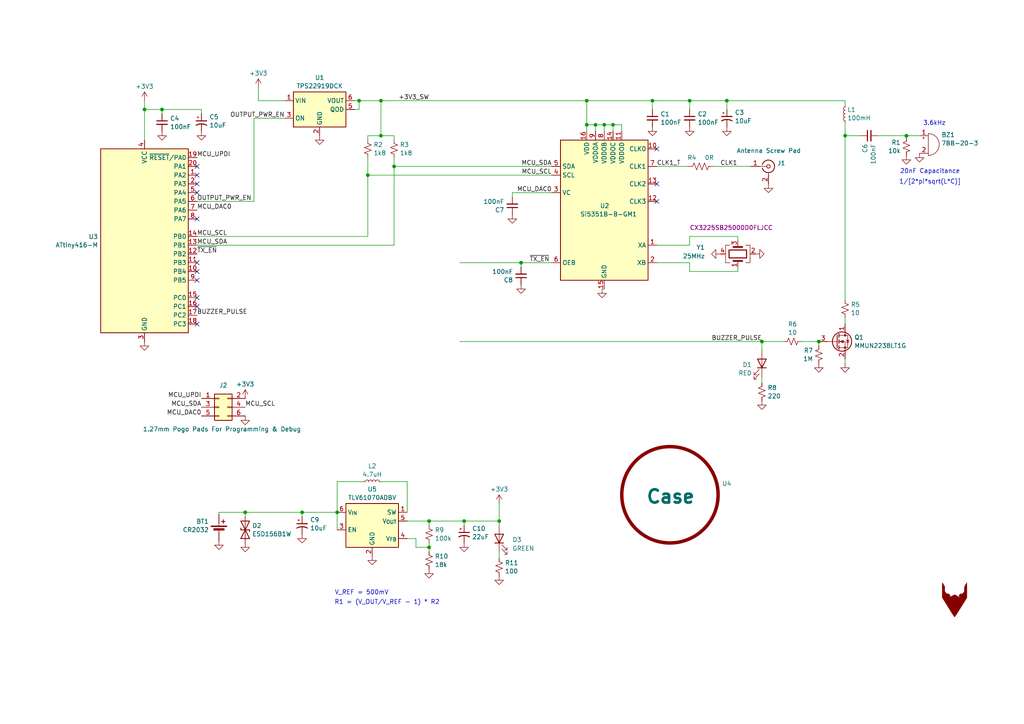
<source format=kicad_sch>
(kicad_sch (version 20250114) (generator "eeschema") (generator_version "9.0")
  (paper "A4")
  (title_block (title "Button Transmitter Prototype - Si5351B/ATtiny416") (date "2025-01-22") (rev "A") (company "Engineer: Thomas Francois - KX0STL") (comment 1 "Inverted Pursuits Lab"))
  (lib_symbols
    (symbol "Connector:Conn_Coaxial" (pin_names (offset 1.016) (hide yes))
      (property "Reference" "J" (at 0.254 3.048 0))
      (property "Value" "Conn_Coaxial" (at 2.921 0 90))
      (symbol "Conn_Coaxial_0_1"
        (polyline (pts (xy -2.54 0) (xy -0.508 0)))
        (arc (start 1.778 0) (mid 0.222 -1.8079) (end -1.778 -0.508) (stroke (width 0.254)))
        (arc (start -1.778 0.508) (mid 0.2221 1.8084) (end 1.778 0) (stroke (width 0.254)))
        (circle (center 0 0) (radius 0.508) (stroke (width 0.2032)))
        (polyline (pts (xy 0 -2.54) (xy 0 -1.778)))
      )
      (symbol "Conn_Coaxial_1_1"
        (pin passive line (at -5.08 0 0) (length 2.54) (name "In") (number "1"))
        (pin passive line (at 0 -5.08 90) (length 2.54) (name "Ext") (number "2"))
      )
    )
    (symbol "Connector_Generic:Conn_02x03_Odd_Even" (pin_names (offset 1.016) (hide yes))
      (property "Reference" "J" (at 1.27 5.08 0))
      (property "Value" "Conn_02x03_Odd_Even" (at 1.27 -5.08 0))
      (symbol "Conn_02x03_Odd_Even_1_1"
        (rectangle (start -1.27 3.81) (end 3.81 -3.81) (stroke (width 0.254)) (fill (type background)))
        (rectangle (start -1.27 2.667) (end 0 2.413) (stroke (width 0.1524)))
        (rectangle (start -1.27 0.127) (end 0 -0.127) (stroke (width 0.1524)))
        (rectangle (start -1.27 -2.413) (end 0 -2.667) (stroke (width 0.1524)))
        (rectangle (start 3.81 2.667) (end 2.54 2.413) (stroke (width 0.1524)))
        (rectangle (start 3.81 0.127) (end 2.54 -0.127) (stroke (width 0.1524)))
        (rectangle (start 3.81 -2.413) (end 2.54 -2.667) (stroke (width 0.1524)))
        (pin passive line (at -5.08 2.54 0) (length 3.81) (name "Pin_1") (number "1"))
        (pin passive line (at -5.08 0 0) (length 3.81) (name "Pin_3") (number "3"))
        (pin passive line (at -5.08 -2.54 0) (length 3.81) (name "Pin_5") (number "5"))
        (pin passive line (at 7.62 2.54 180) (length 3.81) (name "Pin_2") (number "2"))
        (pin passive line (at 7.62 0 180) (length 3.81) (name "Pin_4") (number "4"))
        (pin passive line (at 7.62 -2.54 180) (length 3.81) (name "Pin_6") (number "6"))
      )
    )
    (symbol "Device:Battery_Cell" (pin_numbers (hide yes)) (pin_names (offset 0) (hide yes))
      (property "Reference" "BT1" (at -2.921 3.0536 0))
      (property "Value" "CR2032" (at -2.921 0.6294 0))
      (symbol "Battery_Cell_0_1"
        (rectangle (start -2.286 1.778) (end 2.286 1.524) (fill (type outline)))
        (rectangle (start -1.524 1.016) (end 1.524 0.508) (fill (type outline)))
        (polyline (pts (xy 0 1.778) (xy 0 2.54)))
        (polyline (pts (xy 0 0.762) (xy 0 0)))
        (polyline (pts (xy 0.762 3.048) (xy 1.778 3.048)) (stroke (width 0.254)))
        (polyline (pts (xy 1.27 3.556) (xy 1.27 2.54)) (stroke (width 0.254)))
      )
      (symbol "Battery_Cell_1_1"
        (pin passive line (at 0 5.08 270) (length 2.54) (name "+") (number "1"))
        (pin passive line (at 0 -2.54 90) (length 2.54) (name "2") (number "2"))
      )
    )
    (symbol "Device:C_Polarized_Small_US" (pin_numbers (hide yes)) (pin_names (offset 0.254) (hide yes))
      (property "Reference" "C" (at 0.254 1.778 0))
      (property "Value" "C_Polarized_Small_US" (at 0.254 -2.032 0))
      (symbol "C_Polarized_Small_US_0_1"
        (polyline (pts (xy -1.524 0.508) (xy 1.524 0.508)) (stroke (width 0.3048)))
        (polyline (pts (xy -1.27 1.524) (xy -0.762 1.524)))
        (polyline (pts (xy -1.016 1.27) (xy -1.016 1.778)))
        (arc (start -1.524 -0.762) (mid 0 -0.3734) (end 1.524 -0.762) (stroke (width 0.3048)))
      )
      (symbol "C_Polarized_Small_US_1_1"
        (pin passive line (at 0 2.54 270) (length 2.032) (name "~") (number "1"))
        (pin passive line (at 0 -2.54 90) (length 2.032) (name "~") (number "2"))
      )
    )
    (symbol "Device:C_Small" (pin_numbers (hide yes)) (pin_names (offset 0.254) (hide yes))
      (property "Reference" "C" (at 0.254 1.778 0))
      (property "Value" "C_Small" (at 0.254 -2.032 0))
      (symbol "C_Small_0_1"
        (polyline (pts (xy -1.524 0.508) (xy 1.524 0.508)) (stroke (width 0.3048)))
        (polyline (pts (xy -1.524 -0.508) (xy 1.524 -0.508)) (stroke (width 0.3302)))
      )
      (symbol "C_Small_1_1"
        (pin passive line (at 0 2.54 270) (length 2.032) (name "~") (number "1"))
        (pin passive line (at 0 -2.54 90) (length 2.032) (name "~") (number "2"))
      )
    )
    (symbol "Device:Crystal_GND24" (pin_names (offset 1.016) (hide yes))
      (property "Reference" "Y" (at 3.175 5.08 0))
      (property "Value" "Crystal_GND24" (at 3.175 3.175 0))
      (symbol "Crystal_GND24_0_1"
        (polyline (pts (xy -2.54 2.286) (xy -2.54 3.556) (xy 2.54 3.556) (xy 2.54 2.286)))
        (polyline (pts (xy -2.54 0) (xy -2.032 0)))
        (polyline (pts (xy -2.54 -2.286) (xy -2.54 -3.556) (xy 2.54 -3.556) (xy 2.54 -2.286)))
        (polyline (pts (xy -2.032 -1.27) (xy -2.032 1.27)) (stroke (width 0.508)))
        (rectangle (start -1.143 2.54) (end 1.143 -2.54) (stroke (width 0.3048)))
        (polyline (pts (xy 0 3.556) (xy 0 3.81)))
        (polyline (pts (xy 0 -3.81) (xy 0 -3.556)))
        (polyline (pts (xy 2.032 0) (xy 2.54 0)))
        (polyline (pts (xy 2.032 -1.27) (xy 2.032 1.27)) (stroke (width 0.508)))
      )
      (symbol "Crystal_GND24_1_1"
        (pin passive line (at -3.81 0 0) (length 1.27) (name "1") (number "1"))
        (pin passive line (at 0 5.08 270) (length 1.27) (name "2") (number "2"))
        (pin passive line (at 0 -5.08 90) (length 1.27) (name "4") (number "4"))
        (pin passive line (at 3.81 0 180) (length 1.27) (name "3") (number "3"))
      )
    )
    (symbol "Device:D_TVS" (pin_numbers (hide yes)) (pin_names (offset 1.016) (hide yes))
      (property "Reference" "D" (at 0 2.54 0))
      (property "Value" "D_TVS" (at 0 -2.54 0))
      (symbol "D_TVS_0_1"
        (polyline (pts (xy -2.54 1.27) (xy -2.54 -1.27) (xy 2.54 1.27) (xy 2.54 -1.27) (xy -2.54 1.27)) (stroke (width 0.254)))
        (polyline (pts (xy 0.508 1.27) (xy 0 1.27) (xy 0 -1.27) (xy -0.508 -1.27)) (stroke (width 0.254)))
        (polyline (pts (xy 1.27 0) (xy -1.27 0)))
      )
      (symbol "D_TVS_1_1"
        (pin passive line (at -3.81 0 0) (length 2.54) (name "A1") (number "1"))
        (pin passive line (at 3.81 0 180) (length 2.54) (name "A2") (number "2"))
      )
    )
    (symbol "Device:LED" (pin_numbers (hide yes)) (pin_names (offset 1.016) (hide yes))
      (property "Reference" "D" (at 0 2.54 0))
      (property "Value" "LED" (at 0 -2.54 0))
      (symbol "LED_0_1"
        (polyline (pts (xy -3.048 -0.762) (xy -4.572 -2.286) (xy -3.81 -2.286) (xy -4.572 -2.286) (xy -4.572 -1.524)))
        (polyline (pts (xy -1.778 -0.762) (xy -3.302 -2.286) (xy -2.54 -2.286) (xy -3.302 -2.286) (xy -3.302 -1.524)))
        (polyline (pts (xy -1.27 0) (xy 1.27 0)))
        (polyline (pts (xy -1.27 -1.27) (xy -1.27 1.27)) (stroke (width 0.254)))
        (polyline (pts (xy 1.27 -1.27) (xy 1.27 1.27) (xy -1.27 0) (xy 1.27 -1.27)) (stroke (width 0.254)))
      )
      (symbol "LED_1_1"
        (pin passive line (at -3.81 0 0) (length 2.54) (name "K") (number "1"))
        (pin passive line (at 3.81 0 180) (length 2.54) (name "A") (number "2"))
      )
    )
    (symbol "Device:L_Small" (pin_numbers (hide yes)) (pin_names (offset 0.254) (hide yes))
      (property "Reference" "L" (at 0.762 1.016 0))
      (property "Value" "L_Small" (at 0.762 -1.016 0))
      (symbol "L_Small_0_1"
        (arc (start 0 2.032) (mid 0.5058 1.524) (end 0 1.016))
        (arc (start 0 1.016) (mid 0.5058 0.508) (end 0 0))
        (arc (start 0 0) (mid 0.5058 -0.508) (end 0 -1.016))
        (arc (start 0 -1.016) (mid 0.5058 -1.524) (end 0 -2.032))
      )
      (symbol "L_Small_1_1"
        (pin passive line (at 0 2.54 270) (length 0.508) (name "~") (number "1"))
        (pin passive line (at 0 -2.54 90) (length 0.508) (name "~") (number "2"))
      )
    )
    (symbol "Device:Q_NMOS_DSG" (pin_names (offset 0) (hide yes))
      (property "Reference" "Q" (at 5.08 1.27 0))
      (property "Value" "Q_NMOS_DSG" (at 5.08 -1.27 0))
      (symbol "Q_NMOS_DSG_0_1"
        (polyline (pts (xy 0.254 1.905) (xy 0.254 -1.905)) (stroke (width 0.254)))
        (polyline (pts (xy 0.254 0) (xy -2.54 0)))
        (polyline (pts (xy 0.762 2.286) (xy 0.762 1.27)) (stroke (width 0.254)))
        (polyline (pts (xy 0.762 0.508) (xy 0.762 -0.508)) (stroke (width 0.254)))
        (polyline (pts (xy 0.762 -1.27) (xy 0.762 -2.286)) (stroke (width 0.254)))
        (polyline (pts (xy 0.762 -1.778) (xy 3.302 -1.778) (xy 3.302 1.778) (xy 0.762 1.778)))
        (polyline (pts (xy 1.016 0) (xy 2.032 0.381) (xy 2.032 -0.381) (xy 1.016 0)) (fill (type outline)))
        (circle (center 1.651 0) (radius 2.794) (stroke (width 0.254)))
        (polyline (pts (xy 2.54 2.54) (xy 2.54 1.778)))
        (circle (center 2.54 1.778) (radius 0.254) (fill (type outline)))
        (circle (center 2.54 -1.778) (radius 0.254) (fill (type outline)))
        (polyline (pts (xy 2.54 -2.54) (xy 2.54 0) (xy 0.762 0)))
        (polyline (pts (xy 2.794 0.508) (xy 2.921 0.381) (xy 3.683 0.381) (xy 3.81 0.254)))
        (polyline (pts (xy 3.302 0.381) (xy 2.921 -0.254) (xy 3.683 -0.254) (xy 3.302 0.381)))
      )
      (symbol "Q_NMOS_DSG_1_1"
        (pin input line (at -5.08 0 0) (length 2.54) (name "G") (number "3"))
        (pin passive line (at 2.54 5.08 270) (length 2.54) (name "D") (number "1"))
        (pin passive line (at 2.54 -5.08 90) (length 2.54) (name "S") (number "2"))
      )
    )
    (symbol "Device:R_Small_US" (pin_numbers (hide yes)) (pin_names (offset 0.254) (hide yes))
      (property "Reference" "R" (at 0.762 0.508 0))
      (property "Value" "R_Small_US" (at 0.762 -1.016 0))
      (symbol "R_Small_US_1_1"
        (polyline (pts (xy 0 1.524) (xy 1.016 1.143) (xy 0 0.762) (xy -1.016 0.381) (xy 0 0)))
        (polyline (pts (xy 0 0) (xy 1.016 -0.381) (xy 0 -0.762) (xy -1.016 -1.143) (xy 0 -1.524)))
        (pin passive line (at 0 2.54 270) (length 1.016) (name "~") (number "1"))
        (pin passive line (at 0 -2.54 90) (length 1.016) (name "~") (number "2"))
      )
    )
    (symbol "Device:R_US" (pin_numbers (hide yes)) (pin_names (offset 0))
      (property "Reference" "R" (at 2.54 0 90))
      (property "Value" "R_US" (at -2.54 0 90))
      (symbol "R_US_0_1"
        (polyline (pts (xy 0 2.286) (xy 0 2.54)))
        (polyline (pts (xy 0 2.286) (xy 1.016 1.905) (xy 0 1.524) (xy -1.016 1.143) (xy 0 0.762)))
        (polyline (pts (xy 0 0.762) (xy 1.016 0.381) (xy 0 0) (xy -1.016 -0.381) (xy 0 -0.762)))
        (polyline (pts (xy 0 -0.762) (xy 1.016 -1.143) (xy 0 -1.524) (xy -1.016 -1.905) (xy 0 -2.286)))
        (polyline (pts (xy 0 -2.286) (xy 0 -2.54)))
      )
      (symbol "R_US_1_1"
        (pin passive line (at 0 3.81 270) (length 1.27) (name "~") (number "1"))
        (pin passive line (at 0 -3.81 90) (length 1.27) (name "~") (number "2"))
      )
    )
    (symbol "MCU_Microchip_ATtiny:ATtiny416-M"
      (property "Reference" "U6" (at 2.1941 24.4645 0))
      (property "Value" "ATtiny416-M" (at 2.1941 22.0402 0))
      (symbol "ATtiny416-M_0_1"
        (rectangle (start -12.7 20.32) (end 12.7 -33.02) (stroke (width 0.254)) (fill (type background)))
      )
      (symbol "ATtiny416-M_1_1"
        (pin power_in line (at 0 22.86 270) (length 2.54) (name "VCC") (number "4"))
        (pin passive line (at 0 -35.56 90) (length 2.54) (hide yes) (name "GND") (number "21"))
        (pin power_in line (at 0 -35.56 90) (length 2.54) (name "GND") (number "3"))
        (pin bidirectional line (at 15.24 17.78 180) (length 2.54) (name "~{RESET}/PA0") (number "19"))
        (pin bidirectional line (at 15.24 15.24 180) (length 2.54) (name "PA1") (number "20"))
        (pin bidirectional line (at 15.24 12.7 180) (length 2.54) (name "PA2") (number "1"))
        (pin bidirectional line (at 15.24 10.16 180) (length 2.54) (name "PA3") (number "2"))
        (pin bidirectional line (at 15.24 7.62 180) (length 2.54) (name "PA4") (number "5"))
        (pin bidirectional line (at 15.24 5.08 180) (length 2.54) (name "PA5") (number "6"))
        (pin bidirectional line (at 15.24 2.54 180) (length 2.54) (name "PA6") (number "7"))
        (pin bidirectional line (at 15.24 0 180) (length 2.54) (name "PA7") (number "8"))
        (pin bidirectional line (at 15.24 -5.08 180) (length 2.54) (name "PB0") (number "14"))
        (pin bidirectional line (at 15.24 -7.62 180) (length 2.54) (name "PB1") (number "13"))
        (pin bidirectional line (at 15.24 -10.16 180) (length 2.54) (name "PB2") (number "12"))
        (pin bidirectional line (at 15.24 -12.7 180) (length 2.54) (name "PB3") (number "11"))
        (pin bidirectional line (at 15.24 -15.24 180) (length 2.54) (name "PB4") (number "10"))
        (pin bidirectional line (at 15.24 -17.78 180) (length 2.54) (name "PB5") (number "9"))
        (pin bidirectional line (at 15.24 -22.86 180) (length 2.54) (name "PC0") (number "15"))
        (pin bidirectional line (at 15.24 -25.4 180) (length 2.54) (name "PC1") (number "16"))
        (pin bidirectional line (at 15.24 -27.94 180) (length 2.54) (name "PC2") (number "17"))
        (pin bidirectional line (at 15.24 -30.48 180) (length 2.54) (name "PC3") (number "18"))
      )
    )
    (symbol "Regulator_Switching:TLV61070ADBV"
      (property "Reference" "U" (at -7.62 8.89 0))
      (property "Value" "TLV61070ADBV" (at 0 8.89 0))
      (symbol "TLV61070ADBV_0_1"
        (rectangle (start -7.62 7.62) (end 7.62 -5.08) (stroke (width 0.254)) (fill (type background)))
      )
      (symbol "TLV61070ADBV_1_1"
        (pin power_in line (at -10.16 5.08 0) (length 2.54) (name "V_{IN}") (number "6"))
        (pin input line (at -10.16 0 0) (length 2.54) (name "EN") (number "3"))
        (pin power_in line (at 0 -7.62 90) (length 2.54) (name "GND") (number "2"))
        (pin input line (at 10.16 5.08 180) (length 2.54) (name "SW") (number "1"))
        (pin power_out line (at 10.16 2.54 180) (length 2.54) (name "V_{OUT}") (number "5"))
        (pin input line (at 10.16 -2.54 180) (length 2.54) (name "V_{FB}") (number "4"))
      )
    )
    (symbol "library:Buzzer_Pad_NEG" (pin_names (offset 0.0254) (hide yes))
      (property "Reference" "BZ1" (at 3.7962 1.2122 0))
      (property "Value" "7BB-20-3" (at 3.7962 -1.2121 0))
      (symbol "Buzzer_Pad_NEG_0_1"
        (polyline (pts (xy 0 0) (xy 0 -3.175)))
        (arc (start 3.175 0) (mid 2.2451 -2.2451) (end 0 -3.175))
      )
      (symbol "Buzzer_Pad_NEG_1_1"
        (pin passive line (at -2.54 -2.54 0) (length 2.54) (name "-") (number "2"))
      )
    )
    (symbol "library:Buzzer_Pad_POS" (pin_names (offset 0.0254) (hide yes))
      (property "Reference" "BZ1" (at 3.7962 1.2122 0))
      (property "Value" "7BB-20-3" (at 3.7962 -1.2121 0))
      (symbol "Buzzer_Pad_POS_0_1"
        (polyline (pts (xy -1.651 1.905) (xy -1.143 1.905)))
        (polyline (pts (xy -1.397 2.159) (xy -1.397 1.651)))
        (polyline (pts (xy 0 3.175) (xy 0 0)))
        (arc (start 0 3.175) (mid 2.2451 2.2451) (end 3.175 0))
      )
      (symbol "Buzzer_Pad_POS_1_1"
        (pin passive line (at -2.54 2.54 0) (length 2.54) (name "+") (number "1"))
      )
    )
    (symbol "library:Case"
      (property "Reference" "U" (at 0 0 0))
      (symbol "Case_1_1"
        (circle (center 0 0) (radius 13.97) (stroke (width 1)))
      )
    )
    (symbol "library:IPL Logo 10mm" (pin_names (offset 1.016))
      (symbol "IPL Logo 10mm_0_0"
        (polyline (pts (xy 0.092 -4.9066) (xy 0.2313 -4.7055) (xy 0.4458 -4.3801) (xy 0.7325 -3.9348) (xy 1.0884 -3.3744) (xy 1.5106 -2.7035) (xy 1.9962 -1.9267) (xy 2.5422 -1.0487) (xy 3.1456 -0.0741) (xy 3.595 0.653) (xy 3.595 2.8274) (xy 3.595 2.9024) (xy 3.5937 3.4613) (xy 3.5905 3.963) (xy 3.5858 4.3877) (xy 3.5797 4.7157) (xy 3.5727 4.927) (xy 3.5648 5.0018) (xy 3.5541 4.9928) (xy 3.4787 4.8887) (xy 3.3517 4.6924) (xy 3.1936 4.4352) (xy 3.1791 4.4112) (xy 3.0219 4.142) (xy 2.9255 3.9383) (xy 2.875 3.7445) (xy 2.8557 3.5053) (xy 2.8525 3.1652) (xy 2.8525 3.1144) (xy 2.8446 2.7678) (xy 2.8179 2.5263) (xy 2.7645 2.3448) (xy 2.676 2.178) (xy 2.474 1.9396) (xy 2.1695 1.766) (xy 1.8277 1.7324) (xy 1.7171 1.7345) (xy 1.5751 1.67) (xy 1.4298 1.4929) (xy 1.3354 1.3439) (xy 1.263 1.1649) (xy 1.2995 1.0455) (xy 1.4458 0.9521) (xy 1.4933 0.9273) (xy 1.6096 0.8305) (xy 1.6471 0.742) (xy 1.5825 0.7042) (xy 1.5174 0.7296) (xy 1.339 0.8176) (xy 1.0799 0.9538) (xy 0.7705 1.1225) (xy 0.017 1.5399) (xy -0.7774 1.113) (xy -1.0762 0.9587) (xy -1.3471 0.8318) (xy -1.5401 0.7562) (xy -1.6261 0.7445) (xy -1.6401 0.7687) (xy -1.5938 0.8341) (xy -1.5124 0.8747) (xy -1.3593 0.975) (xy -1.2914 1.03) (xy -1.2549 1.1034) (xy -1.2864 1.2186) (xy -1.3888 1.4235) (xy -1.4684 1.5699) (xy -1.5677 1.6982) (xy -1.6875 1.7412) (xy -1.8812 1.7323) (xy -2.004 1.7243) (xy -2.1645 1.7463) (xy -2.3105 1.8362) (xy -2.4989 2.0204) (xy -2.6828 2.2384) (xy -2.7956 2.4652) (xy -2.854 2.7582) (xy -2.8667 2.9068) (xy -2.8647 3.2117) (xy -2.8296 3.4559) (xy -2.8222 3.4836) (xy -2.7958 3.6362) (xy -2.8169 3.778) (xy -2.8992 3.9554) (xy -3.0568 4.2148) (xy -3.0729 4.2404) (xy -3.2185 4.4807) (xy -3.3216 4.6671) (xy -3.3607 4.761) (xy -3.3798 4.8125) (xy -3.4779 4.9237) (xy -3.4787 4.9244) (xy -3.5133 4.938) (xy -3.5404 4.9054) (xy -3.5608 4.8108) (xy -3.5756 4.6385) (xy -3.5855 4.3728) (xy -3.5914 3.9979) (xy -3.5944 3.4982) (xy -3.5951 2.8579) (xy -3.5951 0.6947) (xy -3.2169 0.0934) (xy -3.1667 0.0133) (xy -2.9654 -0.3094) (xy -2.7179 -0.7084) (xy -2.4507 -1.1407) (xy -2.1907 -1.5631) (xy -2.0812 -1.7411) (xy -1.7784 -2.2313) (xy -1.4406 -2.7761) (xy -1.1014 -3.3209) (xy -0.7949 -3.8113) (xy -0.5693 -4.1644) (xy -0.3481 -4.4963) (xy -0.1646 -4.7563) (xy -0.0334 -4.9238) (xy 0.031 -4.9784) (xy 0.092 -4.9066)) (stroke (width 0.01)) (fill (type outline)))
      )
    )
    (symbol "library:Si5351B-B-GM1"
      (property "Reference" "U2" (at -1.27 1.27 0))
      (property "Value" "Si5351B-B-GM1" (at -6.985 -1.1542 0))
      (symbol "Si5351B-B-GM1_1_1"
        (rectangle (start -12.7 20.32) (end 12.7 -20.32) (stroke (width 0.254)) (fill (type background)))
        (pin bidirectional line (at -15.24 12.7 0) (length 2.54) (name "SDA") (number "5"))
        (pin input line (at -15.24 10.16 0) (length 2.54) (name "SCL") (number "4"))
        (pin input line (at -15.24 5.08 0) (length 2.54) (name "VC") (number "3"))
        (pin input line (at -15.24 -15.24 0) (length 2.54) (name "OEB") (number "6"))
        (pin power_in line (at -5.08 22.86 270) (length 2.54) (name "VDD") (number "16"))
        (pin power_in line (at -2.54 22.86 270) (length 2.54) (name "VDDOA") (number "9"))
        (pin power_in line (at 0 22.86 270) (length 2.54) (name "VDDOB") (number "8"))
        (pin power_in line (at 0 -22.86 90) (length 2.54) (name "GND") (number "15"))
        (pin power_in line (at 0 -22.86 90) (length 2.54) (hide yes) (name "GND") (number "17"))
        (pin power_in line (at 2.54 22.86 270) (length 2.54) (name "VDDOC") (number "14"))
        (pin power_in line (at 5.08 22.86 270) (length 2.54) (name "VDDOD") (number "11"))
        (pin output line (at 15.24 17.78 180) (length 2.54) (name "CLK0") (number "10"))
        (pin output line (at 15.24 12.7 180) (length 2.54) (name "CLK1") (number "7"))
        (pin output line (at 15.24 7.62 180) (length 2.54) (name "CLK2") (number "13"))
        (pin output line (at 15.24 2.54 180) (length 2.54) (name "CLK3") (number "12"))
        (pin input line (at 15.24 -10.16 180) (length 2.54) (name "XA") (number "1"))
        (pin input line (at 15.24 -15.24 180) (length 2.54) (name "XB") (number "2"))
      )
    )
    (symbol "library:TPS22919DCK"
      (property "Reference" "U5" (at 0 9.2245 0))
      (property "Value" "TPS22919DCK" (at 0 6.8002 0))
      (symbol "TPS22919DCK_0_1"
        (rectangle (start -7.62 5.08) (end 7.62 -5.08) (stroke (width 0.254)) (fill (type background)))
      )
      (symbol "TPS22919DCK_1_1"
        (pin power_in line (at -10.16 2.54 0) (length 2.54) (name "VIN") (number "1"))
        (pin input line (at -10.16 -2.54 0) (length 2.54) (name "ON") (number "3"))
        (pin power_in line (at 0 -7.62 90) (length 2.54) (name "GND") (number "2"))
        (pin power_out line (at 10.16 2.54 180) (length 2.54) (name "VOUT") (number "6"))
        (pin open_collector line (at 10.16 0 180) (length 2.54) (name "QOD") (number "5"))
      )
    )
    (symbol "power:+3V3" (power) (pin_names (offset 0))
      (property "Value" "+3V3" (at 0 3.556 0))
      (symbol "+3V3_0_1"
        (polyline (pts (xy -0.762 1.27) (xy 0 2.54)))
        (polyline (pts (xy 0 2.54) (xy 0.762 1.27)))
        (polyline (pts (xy 0 0) (xy 0 2.54)))
      )
      (symbol "+3V3_1_1"
        (pin power_in line (at 0 0 90) (length 0) (hide yes) (name "+3V3") (number "1"))
      )
    )
    (symbol "power:GND" (power) (pin_names (offset 0))
      (property "Value" "GND" (at 0 -3.81 0))
      (symbol "GND_0_1"
        (polyline (pts (xy 0 0) (xy 0 -1.27) (xy 1.27 -1.27) (xy 0 -2.54) (xy -1.27 -1.27) (xy 0 -1.27)))
      )
      (symbol "GND_1_1"
        (pin power_in line (at 0 0 270) (length 0) (hide yes) (name "GND") (number "1"))
      )
    )
  )
  (text "20nF Capacitance" (at 269.748 49.784 0) (effects (font (size 1.27 1.27))))
  (text "3.6kHz" (at 271.018 35.814 0) (effects (font (size 1.27 1.27))))
  (text "1/[2*pi*sqrt(L*C)]" (at 269.748 52.832 0) (effects (font (size 1.27 1.27))))
  (text "V_REF = 500mV" (at 104.902 171.958 0) (effects (font (size 1.27 1.27))))
  (text "R1 = (V_OUT/V_REF - 1) * R2" (at 112.268 174.752 0) (effects (font (size 1.27 1.27))))
  (junction (at 134.62 151.13))
  (junction (at 124.46 151.13))
  (junction (at 144.78 151.13))
  (junction (at 46.99 31.75))
  (junction (at 189.23 29.21))
  (junction (at 262.89 39.37))
  (junction (at 200.025 29.21))
  (junction (at 104.14 29.21))
  (junction (at 177.8 36.195))
  (junction (at 170.18 36.195))
  (junction (at 172.72 36.195))
  (junction (at 87.63 148.59))
  (junction (at 151.13 76.2))
  (junction (at 237.49 99.06))
  (junction (at 41.91 31.75))
  (junction (at 114.3 48.26))
  (junction (at 97.79 148.59))
  (junction (at 71.12 148.59))
  (junction (at 245.11 39.37))
  (junction (at 124.46 158.75))
  (junction (at 170.18 29.21))
  (junction (at 106.68 50.8))
  (junction (at 175.26 36.195))
  (junction (at 210.82 29.21))
  (junction (at 110.49 39.37))
  (junction (at 220.98 99.06))
  (junction (at 110.49 29.21))
  (no_connect (at 190.5 43.18))
  (no_connect (at 57.15 88.9))
  (no_connect (at 57.15 78.74))
  (no_connect (at 190.5 58.42))
  (no_connect (at 57.15 55.88))
  (no_connect (at 57.15 48.26))
  (no_connect (at 57.15 50.8))
  (no_connect (at 57.15 86.36))
  (no_connect (at 57.15 63.5))
  (no_connect (at 57.15 53.34))
  (no_connect (at 190.5 53.34))
  (no_connect (at 57.15 81.28))
  (no_connect (at 57.15 76.2))
  (no_connect (at 57.15 93.98))
  (wire (pts (xy 200.025 76.2) (xy 190.5 76.2)))
  (wire (pts (xy 74.93 25.4) (xy 74.93 29.21)))
  (wire (pts (xy 200.025 31.75) (xy 200.025 29.21)))
  (wire (pts (xy 106.68 45.72) (xy 106.68 50.8)))
  (wire (pts (xy 105.41 139.7) (xy 97.79 139.7)))
  (wire (pts (xy 180.34 36.195) (xy 177.8 36.195)))
  (wire (pts (xy 63.5 148.59) (xy 71.12 148.59)))
  (wire (pts (xy 73.66 34.29) (xy 82.55 34.29)))
  (wire (pts (xy 134.62 152.4) (xy 134.62 151.13)))
  (wire (pts (xy 46.99 31.75) (xy 58.42 31.75)))
  (wire (pts (xy 210.82 29.21) (xy 210.82 31.75)))
  (wire (pts (xy 46.99 33.02) (xy 46.99 31.75)))
  (wire (pts (xy 144.78 152.4) (xy 144.78 151.13)))
  (wire (pts (xy 106.68 50.8) (xy 106.68 68.58)))
  (wire (pts (xy 114.3 48.26) (xy 160.02 48.26)))
  (wire (pts (xy 245.11 104.14) (xy 245.11 105.41)))
  (wire (pts (xy 41.91 29.21) (xy 41.91 31.75)))
  (wire (pts (xy 71.12 148.59) (xy 87.63 148.59)))
  (wire (pts (xy 148.59 55.88) (xy 160.02 55.88)))
  (wire (pts (xy 144.78 146.05) (xy 144.78 151.13)))
  (wire (pts (xy 114.3 48.26) (xy 114.3 71.12)))
  (wire (pts (xy 170.18 29.21) (xy 189.23 29.21)))
  (wire (pts (xy 124.46 152.4) (xy 124.46 151.13)))
  (wire (pts (xy 175.26 36.195) (xy 177.8 36.195)))
  (wire (pts (xy 175.26 36.195) (xy 175.26 38.1)))
  (wire (pts (xy 170.18 29.21) (xy 170.18 36.195)))
  (wire (pts (xy 151.13 76.2) (xy 151.13 77.47)))
  (wire (pts (xy 124.46 151.13) (xy 118.11 151.13)))
  (wire (pts (xy 245.11 39.37) (xy 245.11 86.995)))
  (wire (pts (xy 114.3 71.12) (xy 57.15 71.12)))
  (wire (pts (xy 97.79 139.7) (xy 97.79 148.59)))
  (wire (pts (xy 245.11 39.37) (xy 249.555 39.37)))
  (wire (pts (xy 172.72 38.1) (xy 172.72 36.195)))
  (wire (pts (xy 151.13 76.2) (xy 133.35 76.2)))
  (wire (pts (xy 189.23 31.75) (xy 189.23 29.21)))
  (wire (pts (xy 144.78 160.02) (xy 144.78 161.925)))
  (wire (pts (xy 124.46 158.75) (xy 124.46 160.02)))
  (wire (pts (xy 200.025 71.12) (xy 190.5 71.12)))
  (wire (pts (xy 144.78 151.13) (xy 134.62 151.13)))
  (wire (pts (xy 213.995 78.74) (xy 213.995 77.47)))
  (wire (pts (xy 120.65 156.21) (xy 120.65 158.75)))
  (wire (pts (xy 177.8 36.195) (xy 177.8 38.1)))
  (wire (pts (xy 245.11 35.56) (xy 245.11 39.37)))
  (wire (pts (xy 207.01 48.26) (xy 217.805 48.26)))
  (wire (pts (xy 220.98 109.22) (xy 220.98 111.125)))
  (wire (pts (xy 118.11 148.59) (xy 118.11 139.7)))
  (wire (pts (xy 110.49 29.21) (xy 110.49 39.37)))
  (wire (pts (xy 110.49 39.37) (xy 106.68 39.37)))
  (wire (pts (xy 210.82 29.21) (xy 245.11 29.21)))
  (wire (pts (xy 148.59 55.88) (xy 148.59 57.15)))
  (wire (pts (xy 106.68 50.8) (xy 160.02 50.8)))
  (wire (pts (xy 180.34 38.1) (xy 180.34 36.195)))
  (wire (pts (xy 87.63 148.59) (xy 97.79 148.59)))
  (wire (pts (xy 106.68 39.37) (xy 106.68 40.64)))
  (wire (pts (xy 104.14 29.21) (xy 110.49 29.21)))
  (wire (pts (xy 220.98 99.06) (xy 227.33 99.06)))
  (wire (pts (xy 213.995 69.85) (xy 213.995 68.58)))
  (wire (pts (xy 63.5 149.225) (xy 63.5 148.59)))
  (wire (pts (xy 245.11 30.48) (xy 245.11 29.21)))
  (wire (pts (xy 213.995 68.58) (xy 200.025 68.58)))
  (wire (pts (xy 200.025 76.2) (xy 200.025 78.74)))
  (wire (pts (xy 262.89 40.005) (xy 262.89 39.37)))
  (wire (pts (xy 232.41 99.06) (xy 237.49 99.06)))
  (wire (pts (xy 104.14 31.75) (xy 104.14 29.21)))
  (wire (pts (xy 175.26 83.82) (xy 174.625 83.82)))
  (wire (pts (xy 73.66 58.42) (xy 73.66 34.29)))
  (wire (pts (xy 220.98 99.06) (xy 220.98 101.6)))
  (wire (pts (xy 262.89 39.37) (xy 266.7 39.37)))
  (wire (pts (xy 190.5 48.26) (xy 199.39 48.26)))
  (wire (pts (xy 110.49 29.21) (xy 170.18 29.21)))
  (wire (pts (xy 74.93 29.21) (xy 82.55 29.21)))
  (wire (pts (xy 102.87 29.21) (xy 104.14 29.21)))
  (wire (pts (xy 170.18 36.195) (xy 170.18 38.1)))
  (wire (pts (xy 200.025 78.74) (xy 213.995 78.74)))
  (wire (pts (xy 134.62 151.13) (xy 124.46 151.13)))
  (wire (pts (xy 189.23 29.21) (xy 200.025 29.21)))
  (wire (pts (xy 237.49 99.06) (xy 237.49 100.33)))
  (wire (pts (xy 114.3 45.72) (xy 114.3 48.26)))
  (wire (pts (xy 71.12 148.59) (xy 71.12 149.86)))
  (wire (pts (xy 200.025 68.58) (xy 200.025 71.12)))
  (wire (pts (xy 245.11 93.98) (xy 245.11 92.075)))
  (wire (pts (xy 151.13 76.2) (xy 160.02 76.2)))
  (wire (pts (xy 170.18 36.195) (xy 172.72 36.195)))
  (wire (pts (xy 97.79 148.59) (xy 97.79 153.67)))
  (wire (pts (xy 106.68 68.58) (xy 57.15 68.58)))
  (wire (pts (xy 102.87 31.75) (xy 104.14 31.75)))
  (wire (pts (xy 124.46 157.48) (xy 124.46 158.75)))
  (wire (pts (xy 172.72 36.195) (xy 175.26 36.195)))
  (wire (pts (xy 41.91 31.75) (xy 41.91 40.64)))
  (wire (pts (xy 254.635 39.37) (xy 262.89 39.37)))
  (wire (pts (xy 200.025 29.21) (xy 210.82 29.21)))
  (wire (pts (xy 120.65 158.75) (xy 124.46 158.75)))
  (wire (pts (xy 58.42 31.75) (xy 58.42 33.02)))
  (wire (pts (xy 114.3 40.64) (xy 114.3 39.37)))
  (wire (pts (xy 118.11 156.21) (xy 120.65 156.21)))
  (wire (pts (xy 41.91 31.75) (xy 46.99 31.75)))
  (wire (pts (xy 220.98 99.06) (xy 133.35 99.06)))
  (wire (pts (xy 57.15 58.42) (xy 73.66 58.42)))
  (wire (pts (xy 114.3 39.37) (xy 110.49 39.37)))
  (wire (pts (xy 87.63 149.86) (xy 87.63 148.59)))
  (wire (pts (xy 118.11 139.7) (xy 110.49 139.7)))
  (label "CLK1_T" (at 190.5 48.26 0))
  (label "MCU_UPDI" (at 57.15 45.72 0))
  (label "MCU_DAC0" (at 58.42 120.65 180))
  (label "OUTPUT_PWR_EN" (at 82.55 34.29 180))
  (label "+3V3_SW" (at 115.57 29.21 0))
  (label "MCU_SCL" (at 71.12 118.11 0))
  (label "OUTPUT_PWR_EN" (at 57.15 58.42 0))
  (label "MCU_SCL" (at 160.02 50.8 180))
  (label "~{TX_EN}" (at 57.15 73.66 0))
  (label "BUZZER_PULSE" (at 220.98 99.06 180))
  (label "BUZZER_PULSE" (at 57.15 91.44 0))
  (label "~{TX_EN}" (at 159.385 76.2 180))
  (label "MCU_SCL" (at 57.15 68.58 0))
  (label "MCU_SDA" (at 58.42 118.11 180))
  (label "CLK1" (at 208.915 48.26 0))
  (label "MCU_DAC0" (at 160.02 55.88 180))
  (label "MCU_SDA" (at 57.15 71.12 0))
  (label "MCU_SDA" (at 160.02 48.26 180))
  (label "MCU_DAC0" (at 57.15 60.96 0))
  (label "MCU_UPDI" (at 58.42 115.57 180))
  (symbol (lib_id "power:GND") (at 262.89 45.085 0) (mirror y) (unit 1)
    (property "Reference" "#PWR011" (effects (hide yes)))
    (property "Value" "GND" (effects (hide yes)))
  )
  (symbol (lib_id "Device:R_Small_US") (at 245.11 89.535 180) (unit 1)
    (property "Reference" "R5" (at 246.761 88.3229 0) (effects (justify right)))
    (property "Value" "10" (at 246.761 90.7471 0) (effects (justify right)))
    (property "Footprint" "Library:Worthington_R_0402_1005Metric" (effects (hide yes)))
  )
  (symbol (lib_id "Device:C_Polarized_Small_US") (at 58.42 35.56 0) (unit 1)
    (property "Reference" "C5" (at 60.7314 33.9161 0) (effects (justify left)))
    (property "Value" "10uF" (at 60.7314 36.3403 0) (effects (justify left)))
    (property "Footprint" "Library:Worthington_C_0402_1005Metric" (effects (hide yes)))
  )
  (symbol (lib_id "power:GND") (at 222.885 53.34 0) (mirror y) (unit 1)
    (property "Reference" "#PWR013" (effects (hide yes)))
    (property "Value" "GND" (effects (hide yes)))
  )
  (symbol (lib_id "power:GND") (at 92.71 39.37 0) (unit 1)
    (property "Reference" "#PWR09" (effects (hide yes)))
    (property "Value" "GND" (effects (hide yes)))
  )
  (symbol (lib_id "power:GND") (at 189.23 36.83 0) (unit 1)
    (property "Reference" "#PWR03" (effects (hide yes)))
    (property "Value" "GND" (effects (hide yes)))
  )
  (symbol (lib_id "Device:R_Small_US") (at 262.89 42.545 0) (mirror y) (unit 1)
    (property "Reference" "R1" (at 261.239 41.3329 0) (effects (justify left)))
    (property "Value" "10k" (at 261.239 43.7571 0) (effects (justify left)))
    (property "Footprint" "Library:Worthington_R_0402_1005Metric" (effects (hide yes)))
  )
  (symbol (lib_id "power:+3V3") (at 41.91 29.21 0) (unit 1)
    (property "Reference" "#PWR02" (effects (hide yes)))
    (property "Value" "+3V3" (at 41.91 25.0769 0))
  )
  (symbol (lib_id "power:GND") (at 200.025 36.83 0) (unit 1)
    (property "Reference" "#PWR04" (effects (hide yes)))
    (property "Value" "GND" (effects (hide yes)))
  )
  (symbol (lib_id "power:GND") (at 41.91 99.06 0) (mirror y) (unit 1)
    (property "Reference" "#PWR018" (effects (hide yes)))
    (property "Value" "GND" (effects (hide yes)))
  )
  (symbol (lib_id "power:+3V3") (at 74.93 25.4 0) (unit 1)
    (property "Reference" "#PWR01" (effects (hide yes)))
    (property "Value" "+3V3" (at 74.93 21.2669 0))
  )
  (symbol (lib_id "Device:R_Small_US") (at 144.78 164.465 0) (unit 1)
    (property "Reference" "R11" (at 146.431 163.2529 0) (effects (justify left)))
    (property "Value" "100" (at 146.431 165.6771 0) (effects (justify left)))
    (property "Footprint" "Library:Worthington_R_0402_1005Metric" (effects (hide yes)))
  )
  (symbol (lib_id "Device:C_Small") (at 151.13 80.01 180) (unit 1)
    (property "Reference" "C8" (at 148.8059 81.2158 0) (effects (justify left)))
    (property "Value" "100nF" (at 148.8059 78.7916 0) (effects (justify left)))
    (property "Footprint" "Library:Worthington_C_0402_1005Metric" (effects (hide yes)))
  )
  (symbol (lib_id "power:GND") (at 208.915 73.66 270) (mirror x) (unit 1)
    (property "Reference" "#PWR014" (effects (hide yes)))
    (property "Value" "GND" (effects (hide yes)))
  )
  (symbol (lib_id "power:GND") (at 245.11 105.41 0) (mirror y) (unit 1)
    (property "Reference" "#PWR020" (effects (hide yes)))
    (property "Value" "GND" (effects (hide yes)))
  )
  (symbol (lib_id "power:GND") (at 174.625 83.82 0) (mirror y) (unit 1)
    (property "Reference" "#PWR017" (effects (hide yes)))
    (property "Value" "GND" (effects (hide yes)))
  )
  (symbol (lib_id "library:Case") (at 194.31 143.51 0) (unit 1) (in_bom no)
    (property "Reference" "U4" (at 209.415 140.2547 0) (effects (justify left)))
    (property "Value" "Case" (at 186.944 144.018 0) (effects (font (size 3.81 3.81) (thickness 0.762) (bold yes)) (justify left)))
    (property "Footprint" "Library:Case_CR2032" (effects (hide yes)))
  )
  (symbol (lib_id "Regulator_Switching:TLV61070ADBV") (at 107.95 153.67 0) (unit 1)
    (property "Reference" "U5" (at 107.95 141.9055 0))
    (property "Value" "TLV61070ADBV" (at 107.95 144.3298 0))
    (property "Footprint" "Package_TO_SOT_SMD:SOT-23-6" (effects (hide yes)))
    (property "Datasheet" "https://www.ti.com/lit/ds/symlink/tlv61070a.pdf" (effects (hide yes)))
    (property "Description" "Boost Converter, 2.5A switch current limit, 2.2-5.5V Output Voltage, 0.5-5.5V Input Voltage, SOT-23-6" (effects (hide yes)))
  )
  (symbol (lib_id "Device:C_Polarized_Small_US") (at 87.63 152.4 0) (unit 1)
    (property "Reference" "C9" (at 89.9414 150.756 0) (effects (justify left)))
    (property "Value" "10uF" (at 89.9414 153.1803 0) (effects (justify left)))
    (property "Footprint" "Library:Worthington_C_0402_1005Metric" (effects (hide yes)))
  )
  (symbol (lib_id "Device:LED") (at 144.78 156.21 90) (unit 1)
    (property "Reference" "D3" (at 148.59 156.5274 90) (effects (justify right)))
    (property "Value" "GREEN" (at 148.59 159.0674 90) (effects (justify right)))
    (property "Footprint" "Library:Worthington_LED_0402_1005Metric" (effects (hide yes)))
  )
  (symbol (lib_id "Device:C_Small") (at 46.99 35.56 0) (unit 1)
    (property "Reference" "C4" (at 49.3141 34.3542 0) (effects (justify left)))
    (property "Value" "100nF" (at 49.3141 36.7784 0) (effects (justify left)))
    (property "Footprint" "Library:Worthington_C_0402_1005Metric" (effects (hide yes)))
  )
  (symbol (lib_id "power:GND") (at 148.59 62.23 0) (mirror y) (unit 1)
    (property "Reference" "#PWR012" (effects (hide yes)))
    (property "Value" "GND" (effects (hide yes)))
  )
  (symbol (lib_id "power:GND") (at 58.42 38.1 0) (mirror y) (unit 1)
    (property "Reference" "#PWR07" (effects (hide yes)))
    (property "Value" "GND" (effects (hide yes)))
  )
  (symbol (lib_id "Device:R_Small_US") (at 114.3 43.18 0) (unit 1)
    (property "Reference" "R3" (at 115.951 41.9679 0) (effects (justify left)))
    (property "Value" "1k8" (at 115.951 44.3921 0) (effects (justify left)))
    (property "Footprint" "Resistor_SMD:R_0603_1608Metric" (effects (hide yes)))
  )
  (symbol (lib_id "power:GND") (at 71.12 120.65 0) (unit 1)
    (property "Reference" "#PWR023" (effects (hide yes)))
    (property "Value" "GND" (effects (hide yes)))
  )
  (symbol (lib_id "power:GND") (at 144.78 167.005 0) (mirror y) (unit 1)
    (property "Reference" "#PWR031" (effects (hide yes)))
    (property "Value" "GND" (effects (hide yes)))
  )
  (symbol (lib_id "library:IPL Logo 10mm") (at 276.86 173.99 0) (unit 1)
    (property "Reference" "#G101" (effects (hide yes)))
    (property "Value" "IPL Logo 10mm" (effects (hide yes)))
  )
  (symbol (lib_id "Connector:Conn_Coaxial") (at 222.885 48.26 0) (unit 1) (in_bom no)
    (property "Reference" "J1" (at 225.4251 47.341 0) (effects (justify left)))
    (property "Value" "Antenna Screw Pad" (at 213.614 43.688 0) (effects (justify left)))
    (property "Footprint" "Library:RF_Solder_Pad" (effects (hide yes)))
  )
  (symbol (lib_id "power:GND") (at 124.46 165.1 0) (mirror y) (unit 1)
    (property "Reference" "#PWR030" (effects (hide yes)))
    (property "Value" "GND" (effects (hide yes)))
  )
  (symbol (lib_id "Device:R_Small_US") (at 124.46 162.56 0) (unit 1)
    (property "Reference" "R10" (at 126.111 161.3478 0) (effects (justify left)))
    (property "Value" "18k" (at 126.111 163.7721 0) (effects (justify left)))
    (property "Footprint" "Library:Worthington_R_0402_1005Metric" (effects (hide yes)))
  )
  (symbol (lib_id "power:+3V3") (at 144.78 146.05 0) (unit 1)
    (property "Reference" "#PWR024" (effects (hide yes)))
    (property "Value" "+3V3" (at 144.78 141.9169 0))
  )
  (symbol (lib_id "library:Buzzer_Pad_NEG") (at 269.24 41.91 0) (unit 1)
    (property "Reference" "BZ2-1" (effects (hide yes)))
    (property "Value" "7BB-20-3" (effects (hide yes)))
    (property "Footprint" "Library:Buzzer_Pad_NEG" (effects (hide yes)))
  )
  (symbol (lib_id "Device:C_Small") (at 148.59 59.69 180) (unit 1)
    (property "Reference" "C7" (at 146.2659 60.8958 0) (effects (justify left)))
    (property "Value" "100nF" (at 146.2659 58.4716 0) (effects (justify left)))
    (property "Footprint" "Library:Worthington_C_0402_1005Metric" (effects (hide yes)))
  )
  (symbol (lib_id "Device:Battery_Cell") (at 63.5 154.305 0) (unit 1)
    (property "Reference" "BT1" (at 60.579 151.2514 0) (effects (justify right)))
    (property "Value" "CR2032" (at 60.579 153.6756 0) (effects (justify right)))
    (property "Footprint" "Library:BatteryHolder_Keystone_3034_1x20mm_CUTOUT" (effects (hide yes)))
  )
  (symbol (lib_id "power:GND") (at 46.99 38.1 0) (unit 1)
    (property "Reference" "#PWR06" (effects (hide yes)))
    (property "Value" "GND" (effects (hide yes)))
  )
  (symbol (lib_id "power:+3V3") (at 71.12 115.57 0) (unit 1)
    (property "Reference" "#PWR021" (effects (hide yes)))
    (property "Value" "+3V3" (at 71.12 111.4369 0))
  )
  (symbol (lib_id "Device:R_Small_US") (at 237.49 102.87 0) (mirror y) (unit 1)
    (property "Reference" "R7" (at 235.839 101.6579 0) (effects (justify left)))
    (property "Value" "1M" (at 235.839 104.0821 0) (effects (justify left)))
    (property "Footprint" "Library:Worthington_R_0402_1005Metric" (effects (hide yes)))
  )
  (symbol (lib_id "power:GND") (at 71.12 157.48 0) (mirror y) (unit 1)
    (property "Reference" "#PWR026" (effects (hide yes)))
    (property "Value" "GND" (effects (hide yes)))
  )
  (symbol (lib_id "Device:C_Polarized_Small_US") (at 134.62 154.94 0) (unit 1)
    (property "Reference" "C10" (at 136.9314 153.2961 0) (effects (justify left)))
    (property "Value" "22uF" (at 136.9314 155.7203 0) (effects (justify left)))
    (property "Footprint" "Capacitor_SMD:C_0603_1608Metric" (effects (hide yes)))
  )
  (symbol (lib_id "MCU_Microchip_ATtiny:ATtiny416-M") (at 41.91 63.5 0) (unit 1)
    (property "Reference" "U3" (at 28.448 68.6378 0) (effects (justify right)))
    (property "Value" "ATtiny416-M" (at 28.448 71.0621 0) (effects (justify right)))
    (property "Footprint" "Package_DFN_QFN:VQFN-20-1EP_3x3mm_P0.4mm_EP1.7x1.7mm" (effects (hide yes)))
    (property "Datasheet" "http://ww1.microchip.com/downloads/en/DeviceDoc/40001913A.pdf" (effects (hide yes)))
    (property "Description" "20MHz, 4kB Flash, 256B SRAM, 128B EEPROM, VQFN-20" (effects (hide yes)))
  )
  (symbol (lib_id "power:GND") (at 151.13 82.55 0) (mirror y) (unit 1)
    (property "Reference" "#PWR016" (effects (hide yes)))
    (property "Value" "GND" (effects (hide yes)))
  )
  (symbol (lib_id "power:GND") (at 134.62 157.48 0) (mirror y) (unit 1)
    (property "Reference" "#PWR028" (effects (hide yes)))
    (property "Value" "GND" (effects (hide yes)))
  )
  (symbol (lib_id "Device:L_Small") (at 245.11 33.02 180) (unit 1)
    (property "Reference" "L1" (at 245.745 31.8079 0) (effects (justify right)))
    (property "Value" "100mH" (at 245.745 34.2321 0) (effects (justify right)))
    (property "Footprint" "Inductor_THT:L_Axial_L12.0mm_D5.0mm_P15.24mm_Horizontal_Fastron_MISC" (effects (hide yes)))
    (property "Field5" "B82144A2107J000" (effects (hide yes)))
  )
  (symbol (lib_id "power:GND") (at 237.49 105.41 0) (mirror y) (unit 1)
    (property "Reference" "#PWR019" (effects (hide yes)))
    (property "Value" "GND" (effects (hide yes)))
  )
  (symbol (lib_id "power:GND") (at 220.98 116.205 0) (unit 1)
    (property "Reference" "#PWR022" (effects (hide yes)))
    (property "Value" "GND" (effects (hide yes)))
  )
  (symbol (lib_id "power:GND") (at 219.075 73.66 90) (mirror x) (unit 1)
    (property "Reference" "#PWR015" (effects (hide yes)))
    (property "Value" "GND" (effects (hide yes)))
  )
  (symbol (lib_id "library:Si5351B-B-GM1") (at 175.26 60.96 0) (unit 1)
    (property "Reference" "U2" (at 173.99 59.69 0) (effects (justify left)))
    (property "Value" "Si5351B-B-GM1" (at 168.275 62.1142 0) (effects (justify left)))
    (property "Footprint" "Package_DFN_QFN:QFN-16-1EP_3x3mm_P0.5mm_EP1.45x1.45mm" (effects (hide yes)))
    (property "Datasheet" "https://www.skyworksinc.com/-/media/Skyworks/SL/documents/public/data-sheets/Si5351-B.pdf" (effects (hide yes)))
  )
  (symbol (lib_id "library:Buzzer_Pad_POS") (at 269.24 41.91 0) (unit 1)
    (property "Reference" "BZ1" (at 273.05 39.1103 0) (effects (justify left)))
    (property "Value" "7BB-20-3" (at 273.05 41.5346 0) (effects (justify left)))
    (property "Footprint" "Library:Buzzer_Pad_POS" (effects (hide yes)))
  )
  (symbol (lib_id "Device:R_Small_US") (at 220.98 113.665 0) (mirror y) (unit 1)
    (property "Reference" "R8" (at 222.631 112.4528 0) (effects (justify right)))
    (property "Value" "220" (at 222.631 114.8771 0) (effects (justify right)))
    (property "Footprint" "Library:Worthington_R_0402_1005Metric" (effects (hide yes)))
  )
  (symbol (lib_id "power:GND") (at 210.82 36.83 0) (unit 1)
    (property "Reference" "#PWR05" (effects (hide yes)))
    (property "Value" "GND" (effects (hide yes)))
  )
  (symbol (lib_id "Device:C_Small") (at 252.095 39.37 90) (mirror x) (unit 1)
    (property "Reference" "C6" (at 250.8892 41.6941 0) (effects (justify left)))
    (property "Value" "100nF" (at 253.3134 41.6941 0) (effects (justify left)))
    (property "Footprint" "Library:Worthington_C_0402_1005Metric" (effects (hide yes)))
  )
  (symbol (lib_id "Device:D_TVS") (at 71.12 153.67 90) (unit 1)
    (property "Reference" "D2" (at 73.152 152.4578 90) (effects (justify right)))
    (property "Value" "ESD156B1W" (at 73.152 154.8821 90) (effects (justify right)))
    (property "Footprint" "Diode_SMD:D_0201_0603Metric" (effects (hide yes)))
    (property "Datasheet" "https://www.infineon.com/dgdl/Infineon-ESD156-B1-W0201-DataSheet-v01_02-EN.pdf?fileId=8ac78c8c85ecb3470185eea129d200a0" (effects (hide yes)))
    (property "Description" "Bidirectional transient-voltage-suppression diode" (effects (hide yes)))
  )
  (symbol (lib_id "power:GND") (at 107.95 161.29 0) (mirror y) (unit 1)
    (property "Reference" "#PWR029" (effects (hide yes)))
    (property "Value" "GND" (effects (hide yes)))
  )
  (symbol (lib_id "Connector_Generic:Conn_02x03_Odd_Even") (at 63.5 118.11 0) (unit 1) (in_bom no)
    (property "Reference" "J2" (at 64.77 111.76 0))
    (property "Value" "1.27mm Pogo Pads For Programming & Debug" (at 64.389 124.46 0))
    (property "Footprint" "Library:2x3_1.27mm_Pogo_Header" (effects (hide yes)))
  )
  (symbol (lib_id "library:TPS22919DCK") (at 92.71 31.75 0) (unit 1)
    (property "Reference" "U1" (at 92.71 22.5255 0))
    (property "Value" "TPS22919DCK" (at 92.71 24.9498 0))
    (property "Footprint" "Package_TO_SOT_SMD:SOT-363_SC-70-6" (effects (hide yes)))
    (property "Datasheet" "http://www.ti.com/lit/ds/symlink/tps22917.pdf" (effects (hide yes)))
    (property "Description" "1V to 5.5V, 2A, 80mΩ Ultra-Low Leakage Load Switch, SOT23-6" (effects (hide yes)))
  )
  (symbol (lib_id "power:GND") (at 266.7 44.45 0) (mirror y) (unit 1)
    (property "Reference" "#PWR010" (effects (hide yes)))
    (property "Value" "GND" (effects (hide yes)))
  )
  (symbol (lib_id "Device:Q_NMOS_DSG") (at 242.57 99.06 0) (unit 1)
    (property "Reference" "Q1" (at 247.777 97.8479 0) (effects (justify left)))
    (property "Value" "MMUN2238LT1G" (at 247.777 100.2721 0) (effects (justify left)))
    (property "Footprint" "Package_TO_SOT_SMD:SOT-23-3" (effects (hide yes)))
  )
  (symbol (lib_id "Device:C_Polarized_Small_US") (at 210.82 34.29 0) (unit 1)
    (property "Reference" "C3" (at 213.1314 32.6461 0) (effects (justify left)))
    (property "Value" "10uF" (at 213.1314 35.0703 0) (effects (justify left)))
    (property "Footprint" "Library:Worthington_C_0402_1005Metric" (effects (hide yes)))
  )
  (symbol (lib_id "Device:R_Small_US") (at 229.87 99.06 90) (unit 1)
    (property "Reference" "R6" (at 229.87 94.0267 90))
    (property "Value" "10" (at 229.87 96.4509 90))
    (property "Footprint" "Library:Worthington_R_0402_1005Metric" (effects (hide yes)))
  )
  (symbol (lib_id "Device:R_US") (at 203.2 48.26 90) (unit 1)
    (property "Reference" "R4" (at 200.66 45.72 90))
    (property "Value" "0R" (at 205.74 45.72 90))
    (property "Footprint" "Library:Worthington_R_0402_1005Metric" (effects (hide yes)))
  )
  (symbol (lib_id "Device:C_Small") (at 200.025 34.29 0) (unit 1)
    (property "Reference" "C2" (at 202.3491 33.0842 0) (effects (justify left)))
    (property "Value" "100nF" (at 202.3491 35.5084 0) (effects (justify left)))
    (property "Footprint" "Library:Worthington_C_0402_1005Metric" (effects (hide yes)))
  )
  (symbol (lib_id "Device:R_Small_US") (at 124.46 154.94 0) (unit 1)
    (property "Reference" "R9" (at 126.111 153.7278 0) (effects (justify left)))
    (property "Value" "100k" (at 126.111 156.1521 0) (effects (justify left)))
    (property "Footprint" "Library:Worthington_R_0402_1005Metric" (effects (hide yes)))
  )
  (symbol (lib_id "Device:LED") (at 220.98 105.41 270) (mirror x) (unit 1)
    (property "Reference" "D1" (at 218.059 105.7854 90) (effects (justify right)))
    (property "Value" "RED" (at 218.059 108.2096 90) (effects (justify right)))
    (property "Footprint" "Library:Worthington_LED_0402_1005Metric" (effects (hide yes)))
  )
  (symbol (lib_id "Device:L_Small") (at 107.95 139.7 90) (unit 1)
    (property "Reference" "L2" (at 107.95 135.1769 90))
    (property "Value" "4.7uH" (at 107.95 137.6011 90))
    (property "Footprint" "Inductor_SMD:L_0805_2012Metric" (effects (hide yes)))
  )
  (symbol (lib_id "Device:C_Small") (at 189.23 34.29 0) (unit 1)
    (property "Reference" "C1" (at 191.5541 33.0842 0) (effects (justify left)))
    (property "Value" "100nF" (at 191.5541 35.5084 0) (effects (justify left)))
    (property "Footprint" "Library:Worthington_C_0402_1005Metric" (effects (hide yes)))
  )
  (symbol (lib_id "Device:R_Small_US") (at 106.68 43.18 0) (unit 1)
    (property "Reference" "R2" (at 108.331 41.9679 0) (effects (justify left)))
    (property "Value" "1k8" (at 108.331 44.3921 0) (effects (justify left)))
    (property "Footprint" "Resistor_SMD:R_0402_1005Metric" (effects (hide yes)))
  )
  (symbol (lib_id "power:GND") (at 87.63 154.94 0) (mirror y) (unit 1)
    (property "Reference" "#PWR025" (effects (hide yes)))
    (property "Value" "GND" (effects (hide yes)))
  )
  (symbol (lib_id "Device:Crystal_GND24") (at 213.995 73.66 270) (mirror x) (unit 1)
    (property "Reference" "Y1" (at 204.47 71.755 90) (effects (justify right)))
    (property "Value" "25MHz" (at 204.47 74.295 90) (effects (justify right)))
    (property "Footprint" "Library:Crystal_SMD_Kyocera_CX3225SB-4Pin_3.2x2.5mm" (effects (hide yes)))
    (property "Datasheet" "https://mm.digikey.com/Volume0/opasdata/d220001/medias/docus/2180/CX3225SB_UKY1C-H1-16355-00_Spec.pdf" (effects (hide yes)))
    (property "Field4" "CX3225SB25000D0FLJCC" (at 200.025 66.04 90) (effects (justify left)))
  )
  (symbol (lib_id "power:GND") (at 63.5 156.845 0) (mirror y) (unit 1)
    (property "Reference" "#PWR027" (effects (hide yes)))
    (property "Value" "GND" (effects (hide yes)))
  )
)
</source>
